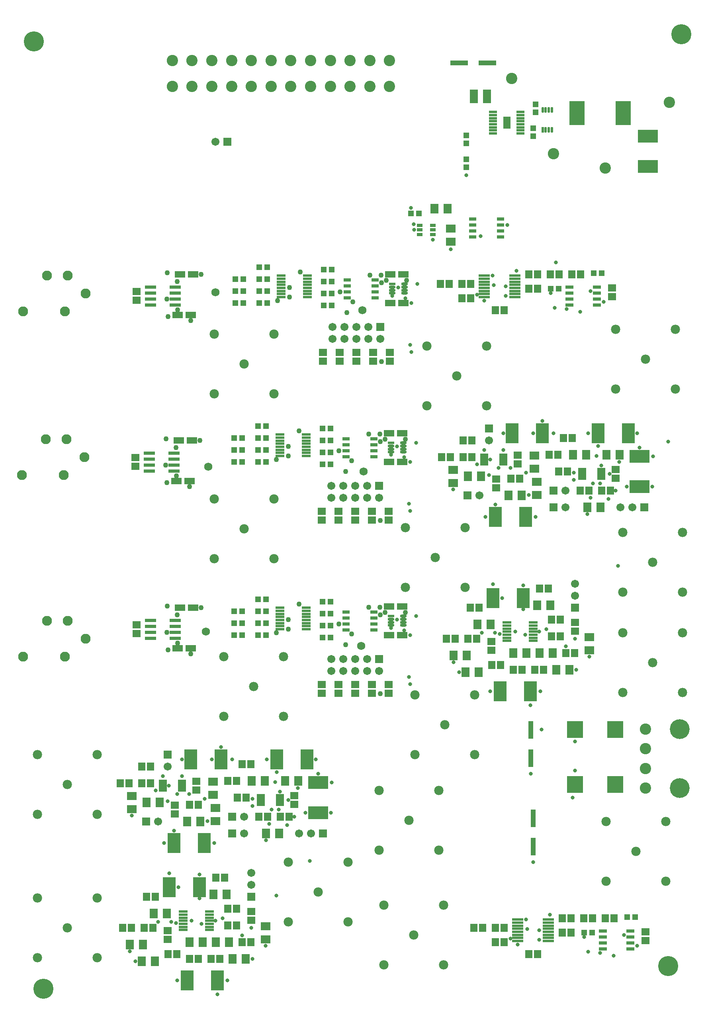
<source format=gts>
%FSLAX24Y24*%
%MOIN*%
G70*
G01*
G75*
%ADD10C,0.0080*%
%ADD11R,0.0600X0.0150*%
%ADD12R,0.0620X0.1010*%
%ADD13R,0.0360X0.2560*%
%ADD14R,0.0620X0.0775*%
%ADD15R,0.0394X0.0433*%
%ADD16R,0.1181X0.1969*%
%ADD17R,0.1417X0.0315*%
%ADD18R,0.0630X0.1063*%
%ADD19R,0.0150X0.0409*%
%ADD20O,0.0150X0.0409*%
%ADD21R,0.1614X0.1024*%
%ADD22R,0.0630X0.0118*%
%ADD23R,0.0630X0.0118*%
%ADD24R,0.0709X0.0630*%
%ADD25R,0.0846X0.0157*%
%ADD26R,0.0846X0.0157*%
%ADD27R,0.0630X0.0709*%
%ADD28R,0.0512X0.0591*%
%ADD29R,0.0591X0.0512*%
%ADD30R,0.0551X0.0236*%
%ADD31O,0.0480X0.0169*%
%ADD32R,0.0650X0.0118*%
%ADD33R,0.0787X0.0472*%
%ADD34R,0.0866X0.0236*%
%ADD35R,0.0866X0.0236*%
%ADD36R,0.0433X0.0394*%
%ADD37R,0.0610X0.0236*%
%ADD38R,0.1024X0.1614*%
%ADD39R,0.0480X0.0169*%
%ADD40R,0.0394X0.0236*%
%ADD41R,0.1240X0.1360*%
%ADD42R,0.0315X0.1417*%
%ADD43C,0.0100*%
%ADD44C,0.0160*%
%ADD45C,0.0200*%
%ADD46C,0.0300*%
%ADD47C,0.0250*%
%ADD48C,0.0400*%
%ADD49C,0.0700*%
%ADD50C,0.1575*%
%ADD51C,0.0866*%
%ADD52C,0.0866*%
%ADD53C,0.0200*%
%ADD54R,0.0591X0.0591*%
%ADD55C,0.0591*%
%ADD56C,0.0600*%
%ADD57C,0.1600*%
%ADD58C,0.0750*%
%ADD59C,0.0250*%
%ADD60C,0.0350*%
%ADD61C,0.0039*%
%ADD62C,0.0098*%
%ADD63C,0.0079*%
%ADD64C,0.0070*%
%ADD65R,0.0079X0.0197*%
%ADD66C,0.0020*%
%ADD67R,0.0079X0.0197*%
%ADD68R,0.0197X0.0079*%
%ADD69R,0.0157X0.0197*%
%ADD70R,0.0197X0.0079*%
%ADD71R,0.0197X0.0157*%
%ADD72R,0.0157X0.0197*%
%ADD73R,0.0680X0.0230*%
%ADD74R,0.0474X0.0513*%
%ADD75R,0.1261X0.2049*%
%ADD76R,0.1497X0.0395*%
%ADD77R,0.0710X0.1143*%
%ADD78R,0.0230X0.0489*%
%ADD79O,0.0230X0.0489*%
%ADD80R,0.1694X0.1104*%
%ADD81R,0.0710X0.0198*%
%ADD82R,0.0710X0.0198*%
%ADD83R,0.0789X0.0710*%
%ADD84R,0.0926X0.0237*%
%ADD85R,0.0926X0.0237*%
%ADD86R,0.0710X0.0789*%
%ADD87R,0.0592X0.0671*%
%ADD88R,0.0671X0.0592*%
%ADD89R,0.0631X0.0316*%
%ADD90O,0.0560X0.0249*%
%ADD91R,0.0730X0.0198*%
%ADD92R,0.0867X0.0552*%
%ADD93R,0.0946X0.0316*%
%ADD94R,0.0946X0.0316*%
%ADD95R,0.0513X0.0474*%
%ADD96R,0.0690X0.0316*%
%ADD97R,0.1104X0.1694*%
%ADD98R,0.0560X0.0249*%
%ADD99R,0.0474X0.0316*%
%ADD100R,0.1320X0.1440*%
%ADD101R,0.0395X0.1497*%
%ADD102C,0.0780*%
%ADD103C,0.1655*%
%ADD104C,0.0946*%
%ADD105C,0.0946*%
%ADD106R,0.0671X0.0671*%
%ADD107C,0.0671*%
%ADD108C,0.0680*%
%ADD109C,0.1680*%
%ADD110C,0.0830*%
%ADD111C,0.0330*%
%ADD112C,0.0430*%
D12*
X62000Y105200D02*
D03*
D73*
X60850Y106094D02*
D03*
X63150D02*
D03*
X60850Y105838D02*
D03*
Y105582D02*
D03*
Y105326D02*
D03*
Y105070D02*
D03*
Y104814D02*
D03*
Y104558D02*
D03*
Y104302D02*
D03*
X63150Y105838D02*
D03*
Y105582D02*
D03*
Y105326D02*
D03*
Y105070D02*
D03*
Y104814D02*
D03*
Y104558D02*
D03*
Y104302D02*
D03*
D74*
X64400Y106065D02*
D03*
Y106735D02*
D03*
X64200Y104065D02*
D03*
Y104735D02*
D03*
X58600Y104135D02*
D03*
Y103465D02*
D03*
Y101465D02*
D03*
Y102135D02*
D03*
D75*
X71729Y106000D02*
D03*
X67871D02*
D03*
D76*
X60381Y110200D02*
D03*
X58019D02*
D03*
D77*
X59249Y107400D02*
D03*
X60351D02*
D03*
D78*
X65000Y104600D02*
D03*
D79*
X65256D02*
D03*
X65512D02*
D03*
X65768D02*
D03*
X65000Y106269D02*
D03*
X65256D02*
D03*
X65512D02*
D03*
X65768D02*
D03*
D80*
X73800Y101540D02*
D03*
Y104060D02*
D03*
X73100Y77260D02*
D03*
Y74740D02*
D03*
X46200Y47440D02*
D03*
Y49960D02*
D03*
D81*
X60093Y77394D02*
D03*
X60093Y77197D02*
D03*
X60093Y77000D02*
D03*
Y76803D02*
D03*
Y76606D02*
D03*
X61707Y77197D02*
D03*
Y77000D02*
D03*
Y76803D02*
D03*
Y76606D02*
D03*
X33193Y50094D02*
D03*
X33193Y49897D02*
D03*
X33193Y49700D02*
D03*
Y49503D02*
D03*
Y49306D02*
D03*
X34807Y49897D02*
D03*
Y49700D02*
D03*
Y49503D02*
D03*
Y49306D02*
D03*
X68293Y76194D02*
D03*
X68293Y75997D02*
D03*
X68293Y75800D02*
D03*
Y75603D02*
D03*
Y75406D02*
D03*
X69907Y75997D02*
D03*
Y75800D02*
D03*
Y75603D02*
D03*
Y75406D02*
D03*
X43007Y48106D02*
D03*
X41393D02*
D03*
X43007Y48303D02*
D03*
Y48500D02*
D03*
Y48697D02*
D03*
X41393D02*
D03*
X41393Y48894D02*
D03*
X41393Y48500D02*
D03*
Y48303D02*
D03*
D82*
X61707Y77394D02*
D03*
X34807Y50094D02*
D03*
X69907Y76194D02*
D03*
X43007Y48894D02*
D03*
D83*
X68900Y61049D02*
D03*
Y62151D02*
D03*
X37400Y50051D02*
D03*
Y48949D02*
D03*
X64300Y77351D02*
D03*
Y76249D02*
D03*
X57500Y75049D02*
D03*
Y76151D02*
D03*
X64500Y74049D02*
D03*
Y75151D02*
D03*
X57300Y96351D02*
D03*
Y95249D02*
D03*
X37600Y47851D02*
D03*
X30600Y48851D02*
D03*
X41800Y37951D02*
D03*
X37600Y46749D02*
D03*
X30600Y47749D02*
D03*
X41800Y36849D02*
D03*
D84*
X62689Y90604D02*
D03*
Y90860D02*
D03*
Y91116D02*
D03*
Y91372D02*
D03*
Y91628D02*
D03*
Y91884D02*
D03*
Y92140D02*
D03*
Y92396D02*
D03*
X60111Y90604D02*
D03*
Y90860D02*
D03*
Y91116D02*
D03*
Y91372D02*
D03*
Y91628D02*
D03*
Y91884D02*
D03*
Y92140D02*
D03*
X62911Y37216D02*
D03*
X65489Y37728D02*
D03*
X62911D02*
D03*
X65489Y37216D02*
D03*
X62911Y38240D02*
D03*
X65489D02*
D03*
Y37984D02*
D03*
Y37472D02*
D03*
Y36960D02*
D03*
Y36704D02*
D03*
X62911Y36960D02*
D03*
Y37472D02*
D03*
Y37984D02*
D03*
Y36704D02*
D03*
X65489Y38496D02*
D03*
D85*
X60111Y92396D02*
D03*
X62911Y38496D02*
D03*
D86*
X65851Y60800D02*
D03*
X64749D02*
D03*
X32951Y48300D02*
D03*
X31849D02*
D03*
X59851Y75600D02*
D03*
X58749D02*
D03*
X68651Y77400D02*
D03*
X67549D02*
D03*
X70349D02*
D03*
X71451D02*
D03*
X63251Y74000D02*
D03*
X62149D02*
D03*
X68749Y73000D02*
D03*
X69851D02*
D03*
X60651Y63200D02*
D03*
X59549D02*
D03*
X63651Y60800D02*
D03*
X62549D02*
D03*
X64549Y64800D02*
D03*
X65651D02*
D03*
X57549Y60600D02*
D03*
X58651D02*
D03*
X58549Y59200D02*
D03*
X59651D02*
D03*
X67251Y59400D02*
D03*
X66149D02*
D03*
X55949Y98000D02*
D03*
X57051D02*
D03*
X42951Y45700D02*
D03*
X35249Y46700D02*
D03*
X44551Y50100D02*
D03*
X43449D02*
D03*
X40649D02*
D03*
X41751D02*
D03*
X39049Y35200D02*
D03*
X32551Y35000D02*
D03*
X31551Y36400D02*
D03*
X38551Y40600D02*
D03*
X37449D02*
D03*
X37649Y36600D02*
D03*
X38751D02*
D03*
X35449Y36600D02*
D03*
X36551D02*
D03*
X32449Y39000D02*
D03*
X33551D02*
D03*
X41849Y45700D02*
D03*
X36351Y46700D02*
D03*
X40151Y35200D02*
D03*
X31449Y35000D02*
D03*
X30449Y36400D02*
D03*
D87*
X32374Y37800D02*
D03*
X31626D02*
D03*
X57674Y62000D02*
D03*
X56926D02*
D03*
X57274Y77200D02*
D03*
X56526D02*
D03*
X68174Y92500D02*
D03*
X67426D02*
D03*
X66374D02*
D03*
X65626D02*
D03*
X64574D02*
D03*
X63826D02*
D03*
X57174Y91700D02*
D03*
X56426D02*
D03*
X64574Y91300D02*
D03*
X63826D02*
D03*
X58974Y91700D02*
D03*
X58226D02*
D03*
X58974Y90500D02*
D03*
X58226D02*
D03*
X61774Y89500D02*
D03*
X61026D02*
D03*
X58326Y78600D02*
D03*
X59074D02*
D03*
X66726Y78800D02*
D03*
X67474D02*
D03*
X59074Y77200D02*
D03*
X58326D02*
D03*
X63074Y75400D02*
D03*
X62326D02*
D03*
X67074Y76000D02*
D03*
X66326D02*
D03*
X66274Y77400D02*
D03*
X65526D02*
D03*
X70674Y74400D02*
D03*
X69926D02*
D03*
X68874Y74400D02*
D03*
X68126D02*
D03*
X58926Y64600D02*
D03*
X59674D02*
D03*
X62526Y59400D02*
D03*
X63274D02*
D03*
X67674Y60800D02*
D03*
X66926D02*
D03*
X65474Y66200D02*
D03*
X64726D02*
D03*
X59474Y62000D02*
D03*
X58726D02*
D03*
X61474Y59800D02*
D03*
X60726D02*
D03*
X65726Y62200D02*
D03*
X66474D02*
D03*
X65074Y59400D02*
D03*
X64326D02*
D03*
X65726Y63600D02*
D03*
X66474D02*
D03*
X63826Y35600D02*
D03*
X61774Y36600D02*
D03*
X66626Y37400D02*
D03*
X61774Y37800D02*
D03*
X64574Y35600D02*
D03*
X67374Y37400D02*
D03*
Y38600D02*
D03*
X61026Y36600D02*
D03*
Y37800D02*
D03*
X59974D02*
D03*
X66626Y38600D02*
D03*
X68426D02*
D03*
X59226Y37800D02*
D03*
X29826Y37800D02*
D03*
X29626Y49900D02*
D03*
X70226Y38600D02*
D03*
X69174D02*
D03*
X70974D02*
D03*
X43026Y47100D02*
D03*
X41974D02*
D03*
X39426Y48700D02*
D03*
X39374Y50100D02*
D03*
X39826Y51500D02*
D03*
X35426Y48100D02*
D03*
X31426Y49900D02*
D03*
X30374D02*
D03*
X31426Y51300D02*
D03*
X43774Y47100D02*
D03*
X40174Y48700D02*
D03*
X41226Y47100D02*
D03*
X40574Y51500D02*
D03*
X36174Y48100D02*
D03*
X38626Y50100D02*
D03*
X32174Y49900D02*
D03*
X32174Y51300D02*
D03*
X39374Y39401D02*
D03*
X38374Y42000D02*
D03*
X39374Y38001D02*
D03*
X37974Y35200D02*
D03*
X40574Y36600D02*
D03*
X33626Y35600D02*
D03*
X35426Y35201D02*
D03*
X30574Y37800D02*
D03*
X31826Y40401D02*
D03*
X38626Y39401D02*
D03*
X37626Y42000D02*
D03*
X38626Y38001D02*
D03*
X39826Y36600D02*
D03*
X34374Y35600D02*
D03*
X37226Y35200D02*
D03*
X36174Y35201D02*
D03*
X32574Y40401D02*
D03*
D88*
X34200Y48074D02*
D03*
Y47326D02*
D03*
X31000Y90326D02*
D03*
Y91074D02*
D03*
X70800Y90626D02*
D03*
Y91374D02*
D03*
X62900Y76626D02*
D03*
Y77374D02*
D03*
X71100Y75426D02*
D03*
Y76174D02*
D03*
X61100Y74626D02*
D03*
Y75374D02*
D03*
X46600Y85226D02*
D03*
Y85974D02*
D03*
X48000Y85226D02*
D03*
Y85974D02*
D03*
X49400Y85226D02*
D03*
Y85974D02*
D03*
X50800Y85226D02*
D03*
Y85974D02*
D03*
X52200Y85226D02*
D03*
Y85974D02*
D03*
X60700Y61026D02*
D03*
Y61774D02*
D03*
X67700Y63374D02*
D03*
Y62626D02*
D03*
X31000Y62426D02*
D03*
Y63174D02*
D03*
X30900Y76426D02*
D03*
Y77174D02*
D03*
X46500Y72674D02*
D03*
X47900D02*
D03*
X49300D02*
D03*
X50700D02*
D03*
X52100D02*
D03*
X46498Y58174D02*
D03*
X47901D02*
D03*
X49298D02*
D03*
X50698D02*
D03*
X52102D02*
D03*
X73600Y37474D02*
D03*
Y36726D02*
D03*
X44200Y48126D02*
D03*
X36000Y49326D02*
D03*
X44200Y48874D02*
D03*
X36000Y50074D02*
D03*
X40601Y39174D02*
D03*
X33601Y36826D02*
D03*
X40601Y38426D02*
D03*
X33601Y37574D02*
D03*
X46500Y71926D02*
D03*
X46498Y57426D02*
D03*
X47900Y71926D02*
D03*
X47901Y57426D02*
D03*
X49300Y71926D02*
D03*
X49298Y57426D02*
D03*
X50700Y71926D02*
D03*
X50698Y57426D02*
D03*
X52100Y71926D02*
D03*
X52102Y57426D02*
D03*
D89*
X48639Y91050D02*
D03*
Y92050D02*
D03*
Y91550D02*
D03*
Y90550D02*
D03*
X50961Y92050D02*
D03*
Y91550D02*
D03*
Y91050D02*
D03*
Y90550D02*
D03*
X59139Y97150D02*
D03*
Y96650D02*
D03*
Y96150D02*
D03*
Y95650D02*
D03*
X61461Y97150D02*
D03*
Y96650D02*
D03*
Y96150D02*
D03*
Y95650D02*
D03*
X48539Y78250D02*
D03*
Y63750D02*
D03*
X50861Y77750D02*
D03*
Y63250D02*
D03*
X48539Y77250D02*
D03*
Y62750D02*
D03*
X50861Y78250D02*
D03*
Y63750D02*
D03*
X48539Y77750D02*
D03*
Y63250D02*
D03*
Y78750D02*
D03*
X50861D02*
D03*
Y77250D02*
D03*
X48539Y64250D02*
D03*
X50861D02*
D03*
Y62750D02*
D03*
D90*
X52400Y91444D02*
D03*
Y91188D02*
D03*
Y90932D02*
D03*
X53432Y91700D02*
D03*
Y91444D02*
D03*
Y91188D02*
D03*
Y90932D02*
D03*
X52300Y77888D02*
D03*
Y63388D02*
D03*
X53331Y78144D02*
D03*
Y77888D02*
D03*
Y77632D02*
D03*
Y63644D02*
D03*
Y63388D02*
D03*
Y63132D02*
D03*
X52300Y77632D02*
D03*
Y63132D02*
D03*
X53331Y78400D02*
D03*
Y63900D02*
D03*
X52300Y78144D02*
D03*
Y63644D02*
D03*
D91*
X43107Y90604D02*
D03*
Y91116D02*
D03*
Y92396D02*
D03*
Y92140D02*
D03*
Y91884D02*
D03*
Y91628D02*
D03*
Y91372D02*
D03*
Y90860D02*
D03*
X45293Y92396D02*
D03*
Y92140D02*
D03*
Y91884D02*
D03*
Y91628D02*
D03*
Y91372D02*
D03*
Y91116D02*
D03*
Y90860D02*
D03*
Y90604D02*
D03*
X62007Y63368D02*
D03*
Y63112D02*
D03*
Y62856D02*
D03*
Y62600D02*
D03*
Y62344D02*
D03*
Y62088D02*
D03*
Y61832D02*
D03*
X64193Y63368D02*
D03*
Y63112D02*
D03*
Y62856D02*
D03*
Y62600D02*
D03*
Y62344D02*
D03*
Y62088D02*
D03*
Y61832D02*
D03*
X45193Y78328D02*
D03*
X43007Y78584D02*
D03*
X45193Y63828D02*
D03*
X43007Y64084D02*
D03*
Y78328D02*
D03*
Y63828D02*
D03*
Y78840D02*
D03*
Y64340D02*
D03*
Y78072D02*
D03*
Y63572D02*
D03*
Y79096D02*
D03*
Y64596D02*
D03*
X45193Y77816D02*
D03*
Y63316D02*
D03*
Y78840D02*
D03*
Y64340D02*
D03*
Y78584D02*
D03*
Y64084D02*
D03*
Y78072D02*
D03*
Y63572D02*
D03*
Y77304D02*
D03*
Y77560D02*
D03*
Y62804D02*
D03*
Y63060D02*
D03*
X37093Y38656D02*
D03*
Y38912D02*
D03*
Y39168D02*
D03*
Y37888D02*
D03*
Y37632D02*
D03*
X34907Y37888D02*
D03*
Y37632D02*
D03*
Y38912D02*
D03*
Y39168D02*
D03*
X37093Y38144D02*
D03*
X34907D02*
D03*
Y38656D02*
D03*
X43007Y77560D02*
D03*
Y63060D02*
D03*
X37093Y38400D02*
D03*
X45193Y79096D02*
D03*
Y64596D02*
D03*
X34907Y38400D02*
D03*
X43007Y77304D02*
D03*
Y77816D02*
D03*
Y62804D02*
D03*
Y63316D02*
D03*
D92*
X53351Y90100D02*
D03*
X52249Y92500D02*
D03*
X34649D02*
D03*
X35751D02*
D03*
X35551Y89100D02*
D03*
X34449D02*
D03*
X53351Y92500D02*
D03*
X52249Y90100D02*
D03*
X35551Y61200D02*
D03*
X35451Y75200D02*
D03*
X35751Y64600D02*
D03*
X35651Y78600D02*
D03*
X34449Y61200D02*
D03*
X34349Y75200D02*
D03*
X52149Y76800D02*
D03*
Y62300D02*
D03*
X34649Y64600D02*
D03*
X34549Y78600D02*
D03*
X53251Y79200D02*
D03*
Y64700D02*
D03*
Y76800D02*
D03*
Y62300D02*
D03*
X52149Y79200D02*
D03*
Y64700D02*
D03*
D93*
X32176Y90950D02*
D03*
Y90450D02*
D03*
Y89950D02*
D03*
X34224Y91450D02*
D03*
Y90950D02*
D03*
Y90450D02*
D03*
Y89950D02*
D03*
X32176Y62550D02*
D03*
Y63050D02*
D03*
X32076Y76550D02*
D03*
Y77050D02*
D03*
X32176Y62050D02*
D03*
X32076Y76050D02*
D03*
X34124Y77050D02*
D03*
X34224Y63050D02*
D03*
Y62550D02*
D03*
X34124Y76550D02*
D03*
X34224Y62050D02*
D03*
X34124Y76050D02*
D03*
X34224Y63550D02*
D03*
X34124Y77550D02*
D03*
D94*
X32176Y91450D02*
D03*
Y63550D02*
D03*
X32076Y77550D02*
D03*
D95*
X69265Y92600D02*
D03*
X69935D02*
D03*
X66335Y91300D02*
D03*
X65665D02*
D03*
X46665Y90900D02*
D03*
X47335D02*
D03*
X46665Y91900D02*
D03*
X47335D02*
D03*
X46665Y92900D02*
D03*
X47335D02*
D03*
X46665Y89900D02*
D03*
X47335D02*
D03*
X41935Y93100D02*
D03*
X41265D02*
D03*
X39265Y90100D02*
D03*
X39935D02*
D03*
X41935D02*
D03*
X41265D02*
D03*
X39265Y92100D02*
D03*
X39935D02*
D03*
X41935D02*
D03*
X41265D02*
D03*
X39265Y91100D02*
D03*
X39935D02*
D03*
X41935D02*
D03*
X41265D02*
D03*
X53965Y97600D02*
D03*
X54635D02*
D03*
X41835Y77800D02*
D03*
Y63300D02*
D03*
Y78800D02*
D03*
Y64300D02*
D03*
Y76800D02*
D03*
Y62300D02*
D03*
Y79800D02*
D03*
Y65300D02*
D03*
X46565Y76600D02*
D03*
Y62100D02*
D03*
Y79600D02*
D03*
Y65100D02*
D03*
Y78600D02*
D03*
Y64100D02*
D03*
Y77600D02*
D03*
X47235Y76600D02*
D03*
Y79600D02*
D03*
Y78600D02*
D03*
Y77600D02*
D03*
X46565Y63100D02*
D03*
X47235Y62100D02*
D03*
Y65100D02*
D03*
Y64100D02*
D03*
Y63100D02*
D03*
X69135Y37400D02*
D03*
X72065Y38700D02*
D03*
X72735D02*
D03*
X41165Y77800D02*
D03*
X39835D02*
D03*
X41165Y63300D02*
D03*
X39835D02*
D03*
X41165Y78800D02*
D03*
X39835D02*
D03*
X41165Y64300D02*
D03*
X39835D02*
D03*
X41165Y79800D02*
D03*
X39165Y77800D02*
D03*
Y78800D02*
D03*
Y76800D02*
D03*
X41165D02*
D03*
X39835D02*
D03*
X41165Y65300D02*
D03*
X39165Y63300D02*
D03*
Y64300D02*
D03*
Y62300D02*
D03*
X41165D02*
D03*
X39835D02*
D03*
X68465Y37400D02*
D03*
D96*
X67248Y91450D02*
D03*
Y90950D02*
D03*
Y90450D02*
D03*
Y89950D02*
D03*
X69552Y91450D02*
D03*
Y90950D02*
D03*
Y90450D02*
D03*
Y89950D02*
D03*
X70048Y36550D02*
D03*
Y37050D02*
D03*
X72352Y36550D02*
D03*
X70048Y36050D02*
D03*
X72352Y37050D02*
D03*
X70048Y37550D02*
D03*
X72352D02*
D03*
Y36050D02*
D03*
D97*
X64960Y79200D02*
D03*
X62440D02*
D03*
X72160D02*
D03*
X69640D02*
D03*
X63560Y72200D02*
D03*
X61040D02*
D03*
X63960Y57600D02*
D03*
X61440D02*
D03*
X63360Y65400D02*
D03*
X60840D02*
D03*
X34140Y44900D02*
D03*
X38060Y51900D02*
D03*
X45260D02*
D03*
X33740Y41200D02*
D03*
X37760Y33400D02*
D03*
X36660Y44900D02*
D03*
X36260Y41200D02*
D03*
X35540Y51900D02*
D03*
X42740D02*
D03*
X35240Y33400D02*
D03*
D98*
X52400Y91700D02*
D03*
X52300Y63900D02*
D03*
Y78400D02*
D03*
D99*
X55802Y95852D02*
D03*
Y96226D02*
D03*
Y96600D02*
D03*
X54700Y95852D02*
D03*
Y96226D02*
D03*
Y96600D02*
D03*
D100*
X67710Y49800D02*
D03*
X71090D02*
D03*
X67710Y54400D02*
D03*
X71090D02*
D03*
D101*
X64200Y44619D02*
D03*
Y46981D02*
D03*
X64000Y54381D02*
D03*
Y52019D02*
D03*
D102*
X27700Y47300D02*
D03*
X22700D02*
D03*
Y52300D02*
D03*
X27700D02*
D03*
X25200Y49800D02*
D03*
X76700Y70900D02*
D03*
X71700D02*
D03*
Y65900D02*
D03*
X76700D02*
D03*
X74200Y68400D02*
D03*
X58500Y71300D02*
D03*
X53500D02*
D03*
Y66300D02*
D03*
X58500D02*
D03*
X56000Y68800D02*
D03*
X42500Y73700D02*
D03*
X37500D02*
D03*
Y68700D02*
D03*
X42500D02*
D03*
X40000Y71200D02*
D03*
X76700Y62500D02*
D03*
X71700D02*
D03*
Y57500D02*
D03*
X76700D02*
D03*
X74200Y60000D02*
D03*
X59300Y57300D02*
D03*
X54300D02*
D03*
Y52300D02*
D03*
X59300D02*
D03*
X56800Y54800D02*
D03*
X43300Y60500D02*
D03*
X38300D02*
D03*
Y55500D02*
D03*
X43300D02*
D03*
X40800Y58000D02*
D03*
X76100Y87900D02*
D03*
X71100D02*
D03*
Y82900D02*
D03*
X76100D02*
D03*
X73600Y85400D02*
D03*
X60300Y86500D02*
D03*
X55300D02*
D03*
Y81500D02*
D03*
X60300D02*
D03*
X57800Y84000D02*
D03*
X42500Y87500D02*
D03*
X37500D02*
D03*
Y82500D02*
D03*
X42500D02*
D03*
X40000Y85000D02*
D03*
X56300Y49300D02*
D03*
X51300D02*
D03*
Y44300D02*
D03*
X56300D02*
D03*
X53800Y46800D02*
D03*
X48700Y43300D02*
D03*
X43700D02*
D03*
Y38300D02*
D03*
X48700D02*
D03*
X46200Y40800D02*
D03*
X27700Y40300D02*
D03*
X22700D02*
D03*
Y35300D02*
D03*
X27700D02*
D03*
X25200Y37800D02*
D03*
X75300Y46700D02*
D03*
X70300D02*
D03*
Y41700D02*
D03*
X75300D02*
D03*
X72800Y44200D02*
D03*
X56700Y39700D02*
D03*
X51700D02*
D03*
Y34700D02*
D03*
X56700D02*
D03*
X54200Y37200D02*
D03*
D103*
X76474Y49493D02*
D03*
Y54454D02*
D03*
D104*
X73600Y49493D02*
D03*
Y51146D02*
D03*
Y54454D02*
D03*
Y52800D02*
D03*
X52189Y108235D02*
D03*
X50535D02*
D03*
X48882D02*
D03*
X47228D02*
D03*
X45575D02*
D03*
X43921D02*
D03*
X42268D02*
D03*
X40614D02*
D03*
X38961D02*
D03*
X37307D02*
D03*
X35654D02*
D03*
X34000D02*
D03*
X52189Y110400D02*
D03*
X50535D02*
D03*
X48882D02*
D03*
X47228D02*
D03*
X45575D02*
D03*
X43921D02*
D03*
X42268D02*
D03*
X40614D02*
D03*
X38961D02*
D03*
X37307D02*
D03*
X35654D02*
D03*
X34000D02*
D03*
D105*
X62400Y108900D02*
D03*
X65920Y102600D02*
D03*
X70240Y101400D02*
D03*
X75600Y106900D02*
D03*
D106*
X38600Y103600D02*
D03*
X51300Y74800D02*
D03*
Y60300D02*
D03*
X51400Y88100D02*
D03*
X65900Y73000D02*
D03*
Y74400D02*
D03*
X60500Y79600D02*
D03*
X58700Y74000D02*
D03*
X73500Y73000D02*
D03*
X67700Y64600D02*
D03*
X46600Y45700D02*
D03*
X40600Y40400D02*
D03*
X39000Y45700D02*
D03*
Y47100D02*
D03*
X33600Y52300D02*
D03*
X31800Y46700D02*
D03*
D107*
X37600Y103600D02*
D03*
X47300Y73800D02*
D03*
Y74800D02*
D03*
X48300Y73800D02*
D03*
Y74800D02*
D03*
X49300Y73800D02*
D03*
Y74800D02*
D03*
X50300Y73800D02*
D03*
Y74800D02*
D03*
X51300Y73800D02*
D03*
X47300Y59300D02*
D03*
Y60300D02*
D03*
X48300Y59300D02*
D03*
Y60300D02*
D03*
X49300Y59300D02*
D03*
Y60300D02*
D03*
X50300Y59300D02*
D03*
Y60300D02*
D03*
X51300Y59300D02*
D03*
X47400Y87100D02*
D03*
Y88100D02*
D03*
X48400Y87100D02*
D03*
Y88100D02*
D03*
X49400Y87100D02*
D03*
Y88100D02*
D03*
X50400Y87100D02*
D03*
Y88100D02*
D03*
X51400Y87100D02*
D03*
X66900Y73000D02*
D03*
Y74400D02*
D03*
X60500Y78600D02*
D03*
X59700Y74000D02*
D03*
X71500Y73000D02*
D03*
X72500D02*
D03*
X67700Y66600D02*
D03*
Y65600D02*
D03*
X45600Y45700D02*
D03*
X40600Y41400D02*
D03*
X40000Y45700D02*
D03*
Y47100D02*
D03*
X33600Y51300D02*
D03*
X32800Y46700D02*
D03*
X44600Y45700D02*
D03*
X40600Y42400D02*
D03*
D108*
X49800Y61400D02*
D03*
X36800Y62600D02*
D03*
X50000Y76000D02*
D03*
X37000Y76400D02*
D03*
X37600Y91000D02*
D03*
X49900Y89500D02*
D03*
D109*
X22400Y112000D02*
D03*
X23200Y32720D02*
D03*
X75520Y34600D02*
D03*
X76600Y112600D02*
D03*
D110*
X23400Y78700D02*
D03*
X21400Y75700D02*
D03*
X26650Y77200D02*
D03*
X25150Y78700D02*
D03*
X24900Y75700D02*
D03*
X23500Y63500D02*
D03*
X21500Y60500D02*
D03*
X26750Y62000D02*
D03*
X25250Y63500D02*
D03*
X25000Y60500D02*
D03*
X23500Y92400D02*
D03*
X21500Y89400D02*
D03*
X26750Y90900D02*
D03*
X25250Y92400D02*
D03*
X25000Y89400D02*
D03*
D111*
X58600Y100800D02*
D03*
X42700Y40500D02*
D03*
X30449Y35849D02*
D03*
X30900Y35000D02*
D03*
X40700Y35200D02*
D03*
X41800Y36300D02*
D03*
X38600Y33400D02*
D03*
X37760Y32240D02*
D03*
X34400Y33400D02*
D03*
X36260Y42260D02*
D03*
Y40260D02*
D03*
X34500Y41200D02*
D03*
X33740Y42360D02*
D03*
X40600Y37800D02*
D03*
X39826Y37174D02*
D03*
X33900Y38300D02*
D03*
X32800D02*
D03*
X34300Y38200D02*
D03*
X35600Y38400D02*
D03*
X38200Y38600D02*
D03*
X37600Y38400D02*
D03*
X36444Y38144D02*
D03*
X42600Y50000D02*
D03*
X33200Y50500D02*
D03*
X30600Y47200D02*
D03*
X36951Y46749D02*
D03*
X41849Y45149D02*
D03*
X46000Y51900D02*
D03*
X41900D02*
D03*
X42740Y50840D02*
D03*
X38060Y52940D02*
D03*
X39000Y51900D02*
D03*
X37300D02*
D03*
X34800D02*
D03*
X37500Y44900D02*
D03*
X34140Y45940D02*
D03*
X33300Y44900D02*
D03*
X47340Y49960D02*
D03*
X46200Y50700D02*
D03*
X47260Y47440D02*
D03*
X45140D02*
D03*
X33600Y48400D02*
D03*
X33700Y49700D02*
D03*
X32600Y49300D02*
D03*
X34807Y50493D02*
D03*
X36700Y48600D02*
D03*
X35400Y49000D02*
D03*
X34400D02*
D03*
X40700Y48600D02*
D03*
Y48000D02*
D03*
X43000Y49200D02*
D03*
X44500Y49500D02*
D03*
X44200Y47100D02*
D03*
X43700Y48500D02*
D03*
X43600Y46400D02*
D03*
X42899Y47699D02*
D03*
X42300Y47700D02*
D03*
X42100Y46500D02*
D03*
X72900Y36300D02*
D03*
X70935Y35465D02*
D03*
X68465Y37035D02*
D03*
X68800Y35800D02*
D03*
X69800Y35700D02*
D03*
X71800Y37200D02*
D03*
X64700Y36800D02*
D03*
Y37600D02*
D03*
X65600Y38900D02*
D03*
X62911Y36411D02*
D03*
X62300Y36900D02*
D03*
X63700Y37700D02*
D03*
X63596Y38496D02*
D03*
X53400Y62700D02*
D03*
X53900Y62300D02*
D03*
X53800Y58800D02*
D03*
X53900Y58200D02*
D03*
X52300Y62900D02*
D03*
X54400Y63900D02*
D03*
X52800Y63600D02*
D03*
X53400Y77200D02*
D03*
X53900Y76800D02*
D03*
X53800Y73300D02*
D03*
X53900Y72700D02*
D03*
X52300Y77400D02*
D03*
X54400Y78400D02*
D03*
X52800Y78100D02*
D03*
X68900Y60500D02*
D03*
X68749Y72449D02*
D03*
X66100Y93500D02*
D03*
X66000Y89700D02*
D03*
X75500Y78500D02*
D03*
X71300Y68100D02*
D03*
X45500Y43400D02*
D03*
X59800Y95700D02*
D03*
X62050Y96650D02*
D03*
X55802Y95402D02*
D03*
X53965Y98065D02*
D03*
X54200Y96700D02*
D03*
X54226Y96226D02*
D03*
X57300Y94600D02*
D03*
X64200Y43300D02*
D03*
X64000Y50700D02*
D03*
X64900Y54400D02*
D03*
X67710Y53410D02*
D03*
Y50990D02*
D03*
X67500Y48700D02*
D03*
X52900Y91400D02*
D03*
X54500Y91700D02*
D03*
X65665Y90935D02*
D03*
X70100Y90200D02*
D03*
X69000Y91100D02*
D03*
X67000Y89600D02*
D03*
X68135Y89365D02*
D03*
X59500Y90800D02*
D03*
X60796Y92396D02*
D03*
X60900Y91600D02*
D03*
X60111Y90311D02*
D03*
X62800Y92800D02*
D03*
X61900Y91500D02*
D03*
Y90700D02*
D03*
X65300Y62800D02*
D03*
X57549Y60049D02*
D03*
X58000Y59200D02*
D03*
X63960Y56440D02*
D03*
X64800Y57600D02*
D03*
X60600D02*
D03*
X60840Y66560D02*
D03*
X61600Y65400D02*
D03*
X63360Y66460D02*
D03*
Y64460D02*
D03*
X64700Y62600D02*
D03*
X63544Y62344D02*
D03*
X61400Y62400D02*
D03*
X62700Y62600D02*
D03*
X66926Y61374D02*
D03*
X67700Y62000D02*
D03*
X67800Y59400D02*
D03*
X59900Y62500D02*
D03*
X61000D02*
D03*
X69500Y77300D02*
D03*
X60100Y77800D02*
D03*
X59500Y76600D02*
D03*
X57500Y74500D02*
D03*
X63851Y74049D02*
D03*
X72900Y79200D02*
D03*
X69640Y78140D02*
D03*
X68800Y79200D02*
D03*
X64960Y80240D02*
D03*
X65900Y79200D02*
D03*
X64200D02*
D03*
X61700D02*
D03*
X64400Y72200D02*
D03*
X61040Y73240D02*
D03*
X60200Y72200D02*
D03*
X73100Y78000D02*
D03*
X74240Y77260D02*
D03*
X74160Y74740D02*
D03*
X72040D02*
D03*
X60500Y75700D02*
D03*
X60600Y77000D02*
D03*
X61707Y77793D02*
D03*
X63600Y75900D02*
D03*
X62300Y76300D02*
D03*
X61300D02*
D03*
X67600Y75900D02*
D03*
Y75300D02*
D03*
X69900Y76500D02*
D03*
X71400Y76800D02*
D03*
X71100Y74400D02*
D03*
X70600Y75800D02*
D03*
X70500Y73700D02*
D03*
X69799Y74999D02*
D03*
X69200Y75000D02*
D03*
X69000Y73800D02*
D03*
X54000Y86000D02*
D03*
X53900Y86600D02*
D03*
X53500Y90500D02*
D03*
X54000Y90100D02*
D03*
X52400Y90700D02*
D03*
D112*
X51365Y64635D02*
D03*
X50435D02*
D03*
X48500Y61500D02*
D03*
X51400Y57400D02*
D03*
X44600Y64900D02*
D03*
X42700Y62500D02*
D03*
X43700Y62800D02*
D03*
Y63600D02*
D03*
X53500Y64200D02*
D03*
X51800D02*
D03*
X51400Y64000D02*
D03*
X49000Y62400D02*
D03*
X47950Y63250D02*
D03*
X51365Y79135D02*
D03*
X50435D02*
D03*
X48500Y76000D02*
D03*
X51400Y71900D02*
D03*
X44600Y79400D02*
D03*
X42700Y77000D02*
D03*
X43700Y77300D02*
D03*
Y78100D02*
D03*
X53500Y78700D02*
D03*
X51800D02*
D03*
X51400Y78500D02*
D03*
X49000Y76900D02*
D03*
X47950Y77750D02*
D03*
X51465Y92435D02*
D03*
X51900Y92000D02*
D03*
X53600D02*
D03*
X51500Y85200D02*
D03*
X44700Y92700D02*
D03*
X43800Y90600D02*
D03*
X42800Y90300D02*
D03*
X43800Y91400D02*
D03*
X50535Y92435D02*
D03*
X51500Y91800D02*
D03*
X48600Y89300D02*
D03*
X49100Y90200D02*
D03*
X48050Y91050D02*
D03*
X33565Y64735D02*
D03*
X33635Y61065D02*
D03*
X36400Y64600D02*
D03*
X35551Y60751D02*
D03*
X34400Y64000D02*
D03*
X33550Y62550D02*
D03*
X34449Y61651D02*
D03*
X33465Y78735D02*
D03*
X33535Y75065D02*
D03*
X36300Y78600D02*
D03*
X35451Y74751D02*
D03*
X34300Y78000D02*
D03*
X33450Y76550D02*
D03*
X34349Y75651D02*
D03*
X36400Y92500D02*
D03*
X33565Y92635D02*
D03*
X34400Y91900D02*
D03*
X33550Y90450D02*
D03*
X35551Y88651D02*
D03*
X33635Y88965D02*
D03*
X34449Y89551D02*
D03*
M02*

</source>
